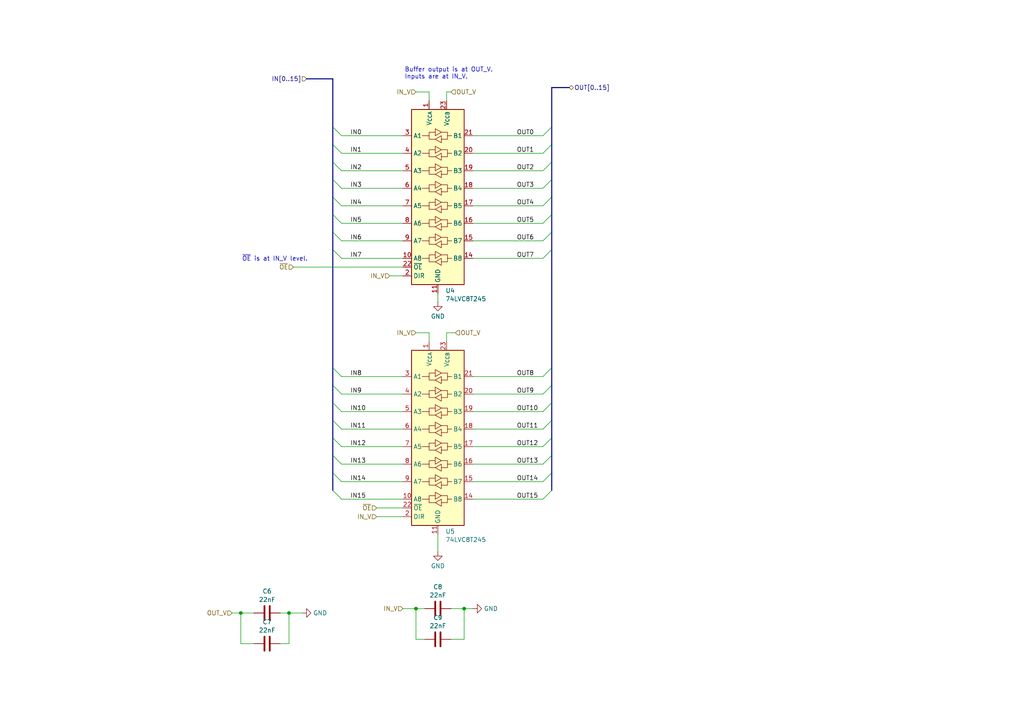
<source format=kicad_sch>
(kicad_sch (version 20231120) (generator "eeschema") (generator_version "8.0")
  (paper "A4")
  (title_block (title "16-bit buffer connected to buses"))
  (lib_symbols
    (symbol "Device:C" (pin_numbers hide) (pin_names (offset 0.254))
      (property "Reference" "C" (at 0.635 2.54 0))
      (property "Value" "C" (at 0.635 -2.54 0))
      (symbol "C_0_1"
        (polyline (pts (xy -2.032 -0.762) (xy 2.032 -0.762)) (stroke (width 0.508)))
        (polyline (pts (xy -2.032 0.762) (xy 2.032 0.762)) (stroke (width 0.508)))
      )
      (symbol "C_1_1"
        (pin passive line (at 0 3.81 270) (length 2.794) (name "~") (number "1"))
        (pin passive line (at 0 -3.81 90) (length 2.794) (name "~") (number "2"))
      )
    )
    (symbol "Logic_LevelTranslator:SN74LVC8T245"
      (property "Reference" "U" (at -6.35 27.94 0))
      (property "Value" "SN74LVC8T245" (at 3.81 27.94 0))
      (symbol "SN74LVC8T245_0_1"
        (rectangle (start -7.62 25.4) (end 7.62 -25.4) (stroke (width 0.254)) (fill (type background)))
        (polyline (pts (xy -2.54 -12.7) (xy -2.54 -11.684) (xy -0.762 -11.684)))
        (polyline (pts (xy -2.54 -2.54) (xy -2.54 -1.524) (xy -0.762 -1.524)))
        (polyline (pts (xy -2.54 7.62) (xy -2.54 8.636) (xy -0.762 8.636)))
        (polyline (pts (xy -2.54 17.78) (xy -2.54 18.796) (xy -0.762 18.796)))
        (polyline (pts (xy 2.794 -12.7) (xy 2.794 -13.716) (xy 1.016 -13.716)))
        (polyline (pts (xy 2.794 -2.54) (xy 2.794 -3.556) (xy 1.016 -3.556)))
        (polyline (pts (xy 2.794 7.62) (xy 2.794 6.604) (xy 1.016 6.604)))
        (polyline (pts (xy 2.794 17.78) (xy 2.794 16.764) (xy 1.016 16.764)))
        (polyline (pts (xy -0.762 -13.716) (xy -2.54 -13.716) (xy -2.54 -12.7) (xy -4.572 -12.7)))
        (polyline (pts (xy -0.762 -12.7) (xy -0.762 -10.668) (xy 1.016 -11.684) (xy -0.762 -12.7)))
        (polyline (pts (xy -0.762 -3.556) (xy -2.54 -3.556) (xy -2.54 -2.54) (xy -4.572 -2.54)))
        (polyline (pts (xy -0.762 -2.54) (xy -0.762 -0.508) (xy 1.016 -1.524) (xy -0.762 -2.54)))
        (polyline (pts (xy -0.762 6.604) (xy -2.54 6.604) (xy -2.54 7.62) (xy -4.572 7.62)))
        (polyline (pts (xy -0.762 7.62) (xy -0.762 9.652) (xy 1.016 8.636) (xy -0.762 7.62)))
        (polyline (pts (xy -0.762 16.764) (xy -2.54 16.764) (xy -2.54 17.78) (xy -4.572 17.78)))
        (polyline (pts (xy -0.762 17.78) (xy -0.762 19.812) (xy 1.016 18.796) (xy -0.762 17.78)))
        (polyline (pts (xy 1.016 -11.684) (xy 2.794 -11.684) (xy 2.794 -12.7) (xy 4.064 -12.7)))
        (polyline (pts (xy 1.016 -1.524) (xy 2.794 -1.524) (xy 2.794 -2.54) (xy 4.064 -2.54)))
        (polyline (pts (xy 1.016 8.636) (xy 2.794 8.636) (xy 2.794 7.62) (xy 4.064 7.62)))
        (polyline (pts (xy 1.016 18.796) (xy 2.794 18.796) (xy 2.794 17.78) (xy 4.064 17.78)))
        (polyline (pts (xy 1.016 -17.78) (xy 1.016 -19.558) (xy 1.016 -19.812) (xy -0.762 -18.796) (xy 1.016 -17.78)))
        (polyline (pts (xy 1.016 -12.7) (xy 1.016 -14.478) (xy 1.016 -14.732) (xy -0.762 -13.716) (xy 1.016 -12.7)))
        (polyline (pts (xy 1.016 -2.54) (xy 1.016 -4.318) (xy 1.016 -4.572) (xy -0.762 -3.556) (xy 1.016 -2.54)))
        (polyline (pts (xy 1.016 2.54) (xy 1.016 0.762) (xy 1.016 0.508) (xy -0.762 1.524) (xy 1.016 2.54)))
        (polyline (pts (xy 1.016 7.62) (xy 1.016 5.842) (xy 1.016 5.588) (xy -0.762 6.604) (xy 1.016 7.62)))
        (polyline (pts (xy 1.016 17.78) (xy 1.016 16.002) (xy 1.016 15.748) (xy -0.762 16.764) (xy 1.016 17.78)))
      )
      (symbol "SN74LVC8T245_1_1"
        (polyline (pts (xy -2.54 -17.78) (xy -2.54 -16.764) (xy -0.762 -16.764)))
        (polyline (pts (xy -2.54 -7.62) (xy -2.54 -6.604) (xy -0.762 -6.604)))
        (polyline (pts (xy -2.54 2.54) (xy -2.54 3.556) (xy -0.762 3.556)))
        (polyline (pts (xy -2.54 12.7) (xy -2.54 13.716) (xy -0.762 13.716)))
        (polyline (pts (xy 2.794 -17.78) (xy 2.794 -18.796) (xy 1.016 -18.796)))
        (polyline (pts (xy 2.794 -7.62) (xy 2.794 -8.636) (xy 1.016 -8.636)))
        (polyline (pts (xy 2.794 2.54) (xy 2.794 1.524) (xy 1.016 1.524)))
        (polyline (pts (xy 2.794 12.7) (xy 2.794 11.684) (xy 1.016 11.684)))
        (polyline (pts (xy -0.762 -18.796) (xy -2.54 -18.796) (xy -2.54 -17.78) (xy -4.572 -17.78)))
        (polyline (pts (xy -0.762 -17.78) (xy -0.762 -15.748) (xy 1.016 -16.764) (xy -0.762 -17.78)))
        (polyline (pts (xy -0.762 -8.636) (xy -2.54 -8.636) (xy -2.54 -7.62) (xy -4.572 -7.62)))
        (polyline (pts (xy -0.762 -7.62) (xy -0.762 -5.588) (xy 1.016 -6.604) (xy -0.762 -7.62)))
        (polyline (pts (xy -0.762 1.524) (xy -2.54 1.524) (xy -2.54 2.54) (xy -4.572 2.54)))
        (polyline (pts (xy -0.762 2.54) (xy -0.762 4.572) (xy 1.016 3.556) (xy -0.762 2.54)))
        (polyline (pts (xy -0.762 11.684) (xy -2.54 11.684) (xy -2.54 12.7) (xy -4.572 12.7)))
        (polyline (pts (xy -0.762 12.7) (xy -0.762 14.732) (xy 1.016 13.716) (xy -0.762 12.7)))
        (polyline (pts (xy 1.016 -16.764) (xy 2.794 -16.764) (xy 2.794 -17.78) (xy 4.064 -17.78)))
        (polyline (pts (xy 1.016 -6.604) (xy 2.794 -6.604) (xy 2.794 -7.62) (xy 4.064 -7.62)))
        (polyline (pts (xy 1.016 3.556) (xy 2.794 3.556) (xy 2.794 2.54) (xy 4.064 2.54)))
        (polyline (pts (xy 1.016 13.716) (xy 2.794 13.716) (xy 2.794 12.7) (xy 4.064 12.7)))
        (polyline (pts (xy 1.016 -7.62) (xy 1.016 -9.398) (xy 1.016 -9.652) (xy -0.762 -8.636) (xy 1.016 -7.62)))
        (polyline (pts (xy 1.016 12.7) (xy 1.016 10.922) (xy 1.016 10.668) (xy -0.762 11.684) (xy 1.016 12.7)))
        (pin power_in line (at -2.54 27.94 270) (length 2.54) (name "V_{CCA}") (number "1"))
        (pin bidirectional line (at -10.16 -17.78 0) (length 2.54) (name "A8") (number "10"))
        (pin power_in line (at 0 -27.94 90) (length 2.54) (name "GND") (number "11"))
        (pin passive line (at 0 -27.94 90) (length 2.54) hide (name "GND") (number "12"))
        (pin passive line (at 0 -27.94 90) (length 2.54) hide (name "GND") (number "13"))
        (pin bidirectional line (at 10.16 -17.78 180) (length 2.54) (name "B8") (number "14"))
        (pin bidirectional line (at 10.16 -12.7 180) (length 2.54) (name "B7") (number "15"))
        (pin bidirectional line (at 10.16 -7.62 180) (length 2.54) (name "B6") (number "16"))
        (pin bidirectional line (at 10.16 -2.54 180) (length 2.54) (name "B5") (number "17"))
        (pin bidirectional line (at 10.16 2.54 180) (length 2.54) (name "B4") (number "18"))
        (pin bidirectional line (at 10.16 7.62 180) (length 2.54) (name "B3") (number "19"))
        (pin input line (at -10.16 -22.86 0) (length 2.54) (name "DIR") (number "2"))
        (pin bidirectional line (at 10.16 12.7 180) (length 2.54) (name "B2") (number "20"))
        (pin bidirectional line (at 10.16 17.78 180) (length 2.54) (name "B1") (number "21"))
        (pin input line (at -10.16 -20.32 0) (length 2.54) (name "~{OE}") (number "22"))
        (pin power_in line (at 2.54 27.94 270) (length 2.54) (name "V_{CCB}") (number "23"))
        (pin passive line (at 2.54 27.94 270) (length 2.54) hide (name "V_{CCB}") (number "24"))
        (pin bidirectional line (at -10.16 17.78 0) (length 2.54) (name "A1") (number "3"))
        (pin bidirectional line (at -10.16 12.7 0) (length 2.54) (name "A2") (number "4"))
        (pin bidirectional line (at -10.16 7.62 0) (length 2.54) (name "A3") (number "5"))
        (pin bidirectional line (at -10.16 2.54 0) (length 2.54) (name "A4") (number "6"))
        (pin bidirectional line (at -10.16 -2.54 0) (length 2.54) (name "A5") (number "7"))
        (pin bidirectional line (at -10.16 -7.62 0) (length 2.54) (name "A6") (number "8"))
        (pin bidirectional line (at -10.16 -12.7 0) (length 2.54) (name "A7") (number "9"))
      )
    )
    (symbol "power:GND" (power) (pin_numbers hide) (pin_names (offset 0) hide)
      (property "Value" "GND" (at 0 -3.81 0))
      (symbol "GND_0_1"
        (polyline (pts (xy 0 0) (xy 0 -1.27) (xy 1.27 -1.27) (xy 0 -2.54) (xy -1.27 -1.27) (xy 0 -1.27)))
      )
      (symbol "GND_1_1"
        (pin power_in line (at 0 0 270) (length 0) (name "~") (number "1"))
      )
    )
  )
  (junction (at 83.82 177.8))
  (junction (at 120.65 176.53))
  (junction (at 134.62 176.53))
  (junction (at 69.85 177.8))
  (bus_entry (at 96.52 127) (size 2.54 2.54))
  (bus_entry (at 160.02 62.23) (size -2.54 2.54))
  (bus_entry (at 96.52 36.83) (size 2.54 2.54))
  (bus_entry (at 160.02 106.68) (size -2.54 2.54))
  (bus_entry (at 96.52 46.99) (size 2.54 2.54))
  (bus_entry (at 160.02 36.83) (size -2.54 2.54))
  (bus_entry (at 160.02 132.08) (size -2.54 2.54))
  (bus_entry (at 96.52 121.92) (size 2.54 2.54))
  (bus_entry (at 160.02 142.24) (size -2.54 2.54))
  (bus_entry (at 160.02 41.91) (size -2.54 2.54))
  (bus_entry (at 96.52 132.08) (size 2.54 2.54))
  (bus_entry (at 96.52 67.31) (size 2.54 2.54))
  (bus_entry (at 160.02 46.99) (size -2.54 2.54))
  (bus_entry (at 96.52 41.91) (size 2.54 2.54))
  (bus_entry (at 160.02 52.07) (size -2.54 2.54))
  (bus_entry (at 96.52 72.39) (size 2.54 2.54))
  (bus_entry (at 96.52 142.24) (size 2.54 2.54))
  (bus_entry (at 96.52 111.76) (size 2.54 2.54))
  (bus_entry (at 96.52 137.16) (size 2.54 2.54))
  (bus_entry (at 160.02 116.84) (size -2.54 2.54))
  (bus_entry (at 96.52 106.68) (size 2.54 2.54))
  (bus_entry (at 96.52 116.84) (size 2.54 2.54))
  (bus_entry (at 96.52 62.23) (size 2.54 2.54))
  (bus_entry (at 160.02 127) (size -2.54 2.54))
  (bus_entry (at 96.52 57.15) (size 2.54 2.54))
  (bus_entry (at 160.02 67.31) (size -2.54 2.54))
  (bus_entry (at 160.02 57.15) (size -2.54 2.54))
  (bus_entry (at 160.02 72.39) (size -2.54 2.54))
  (bus_entry (at 160.02 121.92) (size -2.54 2.54))
  (bus_entry (at 160.02 137.16) (size -2.54 2.54))
  (bus_entry (at 96.52 52.07) (size 2.54 2.54))
  (bus_entry (at 160.02 111.76) (size -2.54 2.54))
  (bus (pts (xy 96.52 62.23) (xy 96.52 67.31)))
  (wire (pts (xy 137.16 134.62) (xy 157.48 134.62)))
  (bus (pts (xy 96.52 106.68) (xy 96.52 111.76)))
  (bus (pts (xy 160.02 25.4) (xy 160.02 36.83)))
  (wire (pts (xy 81.28 186.69) (xy 83.82 186.69)))
  (wire (pts (xy 81.28 177.8) (xy 83.82 177.8)))
  (bus (pts (xy 96.52 121.92) (xy 96.52 127)))
  (wire (pts (xy 130.81 26.67) (xy 129.54 26.67)))
  (wire (pts (xy 99.06 114.3) (xy 116.84 114.3)))
  (wire (pts (xy 137.16 139.7) (xy 157.48 139.7)))
  (bus (pts (xy 160.02 67.31) (xy 160.02 72.39)))
  (wire (pts (xy 99.06 44.45) (xy 116.84 44.45)))
  (wire (pts (xy 137.16 59.69) (xy 157.48 59.69)))
  (wire (pts (xy 99.06 49.53) (xy 116.84 49.53)))
  (wire (pts (xy 67.31 177.8) (xy 69.85 177.8)))
  (wire (pts (xy 134.62 176.53) (xy 137.16 176.53)))
  (wire (pts (xy 73.66 186.69) (xy 69.85 186.69)))
  (wire (pts (xy 99.06 129.54) (xy 116.84 129.54)))
  (bus (pts (xy 160.02 127) (xy 160.02 132.08)))
  (wire (pts (xy 99.06 139.7) (xy 116.84 139.7)))
  (wire (pts (xy 127 85.09) (xy 127 87.63)))
  (bus (pts (xy 96.52 111.76) (xy 96.52 116.84)))
  (wire (pts (xy 99.06 109.22) (xy 116.84 109.22)))
  (wire (pts (xy 99.06 64.77) (xy 116.84 64.77)))
  (bus (pts (xy 88.9 22.86) (xy 96.52 22.86)))
  (bus (pts (xy 96.52 22.86) (xy 96.52 36.83)))
  (wire (pts (xy 129.54 26.67) (xy 129.54 29.21)))
  (wire (pts (xy 120.65 96.52) (xy 124.46 96.52)))
  (wire (pts (xy 109.22 147.32) (xy 116.84 147.32)))
  (bus (pts (xy 160.02 36.83) (xy 160.02 41.91)))
  (bus (pts (xy 96.52 137.16) (xy 96.52 142.24)))
  (bus (pts (xy 160.02 62.23) (xy 160.02 67.31)))
  (wire (pts (xy 127 154.94) (xy 127 160.02)))
  (bus (pts (xy 160.02 52.07) (xy 160.02 57.15)))
  (bus (pts (xy 96.52 36.83) (xy 96.52 41.91)))
  (wire (pts (xy 99.06 54.61) (xy 116.84 54.61)))
  (wire (pts (xy 134.62 185.42) (xy 134.62 176.53)))
  (wire (pts (xy 132.08 96.52) (xy 129.54 96.52)))
  (wire (pts (xy 99.06 134.62) (xy 116.84 134.62)))
  (wire (pts (xy 99.06 124.46) (xy 116.84 124.46)))
  (bus (pts (xy 160.02 57.15) (xy 160.02 62.23)))
  (bus (pts (xy 96.52 132.08) (xy 96.52 137.16)))
  (bus (pts (xy 160.02 111.76) (xy 160.02 116.84)))
  (wire (pts (xy 130.81 185.42) (xy 134.62 185.42)))
  (wire (pts (xy 137.16 144.78) (xy 157.48 144.78)))
  (wire (pts (xy 137.16 64.77) (xy 157.48 64.77)))
  (wire (pts (xy 137.16 44.45) (xy 157.48 44.45)))
  (wire (pts (xy 130.81 176.53) (xy 134.62 176.53)))
  (wire (pts (xy 120.65 26.67) (xy 124.46 26.67)))
  (wire (pts (xy 137.16 124.46) (xy 157.48 124.46)))
  (wire (pts (xy 69.85 186.69) (xy 69.85 177.8)))
  (wire (pts (xy 137.16 129.54) (xy 157.48 129.54)))
  (wire (pts (xy 109.22 149.86) (xy 116.84 149.86)))
  (bus (pts (xy 96.52 46.99) (xy 96.52 52.07)))
  (bus (pts (xy 160.02 132.08) (xy 160.02 137.16)))
  (wire (pts (xy 99.06 74.93) (xy 116.84 74.93)))
  (wire (pts (xy 137.16 54.61) (xy 157.48 54.61)))
  (bus (pts (xy 96.52 52.07) (xy 96.52 57.15)))
  (wire (pts (xy 113.03 80.01) (xy 116.84 80.01)))
  (wire (pts (xy 137.16 119.38) (xy 157.48 119.38)))
  (wire (pts (xy 137.16 49.53) (xy 157.48 49.53)))
  (wire (pts (xy 99.06 39.37) (xy 116.84 39.37)))
  (wire (pts (xy 120.65 185.42) (xy 120.65 176.53)))
  (wire (pts (xy 129.54 96.52) (xy 129.54 99.06)))
  (bus (pts (xy 96.52 127) (xy 96.52 132.08)))
  (bus (pts (xy 160.02 106.68) (xy 160.02 111.76)))
  (bus (pts (xy 160.02 25.4) (xy 165.1 25.4)))
  (bus (pts (xy 160.02 121.92) (xy 160.02 127)))
  (bus (pts (xy 96.52 41.91) (xy 96.52 46.99)))
  (wire (pts (xy 99.06 119.38) (xy 116.84 119.38)))
  (wire (pts (xy 69.85 177.8) (xy 73.66 177.8)))
  (wire (pts (xy 137.16 109.22) (xy 157.48 109.22)))
  (wire (pts (xy 83.82 186.69) (xy 83.82 177.8)))
  (wire (pts (xy 123.19 185.42) (xy 120.65 185.42)))
  (bus (pts (xy 96.52 57.15) (xy 96.52 62.23)))
  (wire (pts (xy 124.46 96.52) (xy 124.46 99.06)))
  (wire (pts (xy 85.09 77.47) (xy 116.84 77.47)))
  (bus (pts (xy 160.02 116.84) (xy 160.02 121.92)))
  (bus (pts (xy 96.52 116.84) (xy 96.52 121.92)))
  (wire (pts (xy 137.16 74.93) (xy 157.48 74.93)))
  (wire (pts (xy 137.16 114.3) (xy 157.48 114.3)))
  (wire (pts (xy 99.06 69.85) (xy 116.84 69.85)))
  (wire (pts (xy 137.16 39.37) (xy 157.48 39.37)))
  (wire (pts (xy 99.06 144.78) (xy 116.84 144.78)))
  (bus (pts (xy 160.02 137.16) (xy 160.02 142.24)))
  (bus (pts (xy 160.02 41.91) (xy 160.02 46.99)))
  (wire (pts (xy 137.16 69.85) (xy 157.48 69.85)))
  (bus (pts (xy 96.52 67.31) (xy 96.52 72.39)))
  (wire (pts (xy 124.46 26.67) (xy 124.46 29.21)))
  (wire (pts (xy 99.06 59.69) (xy 116.84 59.69)))
  (wire (pts (xy 116.84 176.53) (xy 120.65 176.53)))
  (bus (pts (xy 160.02 46.99) (xy 160.02 52.07)))
  (wire (pts (xy 83.82 177.8) (xy 87.63 177.8)))
  (bus (pts (xy 96.52 72.39) (xy 96.52 106.68)))
  (bus (pts (xy 160.02 72.39) (xy 160.02 106.68)))
  (wire (pts (xy 120.65 176.53) (xy 123.19 176.53)))
  (text "Buffer output is at OUT_V.\nInputs are at IN_V." (at 117.348 21.336 0) (effects (font (size 1.27 1.27)) (justify left)))
  (text "~{OE} is at IN_V level." (at 79.756 75.184 0) (effects (font (size 1.27 1.27))))
  (label "OUT4" (at 149.86 59.69 0))
  (label "IN11" (at 101.6 124.46 0))
  (label "OUT13" (at 149.86 134.62 0))
  (label "OUT15" (at 149.86 144.78 0))
  (label "IN8" (at 101.6 109.22 0))
  (label "IN13" (at 101.6 134.62 0))
  (label "IN0" (at 101.6 39.37 0))
  (label "OUT12" (at 149.86 129.54 0))
  (label "IN9" (at 101.6 114.3 0))
  (label "OUT2" (at 149.86 49.53 0))
  (label "IN12" (at 101.6 129.54 0))
  (label "OUT14" (at 149.86 139.7 0))
  (label "OUT1" (at 149.86 44.45 0))
  (label "OUT6" (at 149.86 69.85 0))
  (label "IN10" (at 101.6 119.38 0))
  (label "OUT7" (at 149.86 74.93 0))
  (label "OUT9" (at 149.86 114.3 0))
  (label "IN1" (at 101.6 44.45 0))
  (label "IN14" (at 101.6 139.7 0))
  (label "OUT10" (at 149.86 119.38 0))
  (label "OUT8" (at 149.86 109.22 0))
  (label "IN6" (at 101.6 69.85 0))
  (label "IN7" (at 101.6 74.93 0))
  (label "IN3" (at 101.6 54.61 0))
  (label "IN5" (at 101.6 64.77 0))
  (label "OUT0" (at 149.86 39.37 0))
  (label "IN15" (at 101.6 144.78 0))
  (label "IN2" (at 101.6 49.53 0))
  (label "OUT3" (at 149.86 54.61 0))
  (label "OUT11" (at 149.86 124.46 0))
  (label "OUT5" (at 149.86 64.77 0))
  (label "IN4" (at 101.6 59.69 0))
  (hierarchical_label "OUT_V" (shape input) (at 67.31 177.8 180))
  (hierarchical_label "IN[0..15]" (shape input) (at 88.9 22.86 180))
  (hierarchical_label "OUT[0..15]" (shape tri_state) (at 165.1 25.4 0))
  (hierarchical_label "OUT_V" (shape input) (at 130.81 26.67 0))
  (hierarchical_label "IN_V" (shape input) (at 120.65 96.52 180))
  (hierarchical_label "IN_V" (shape input) (at 109.22 149.86 180))
  (hierarchical_label "~{OE}" (shape input) (at 85.09 77.47 180))
  (hierarchical_label "IN_V" (shape input) (at 113.03 80.01 180))
  (hierarchical_label "~{OE}" (shape input) (at 109.22 147.32 180))
  (hierarchical_label "OUT_V" (shape input) (at 132.08 96.52 0))
  (hierarchical_label "IN_V" (shape input) (at 116.84 176.53 180))
  (hierarchical_label "IN_V" (shape input) (at 120.65 26.67 180))
  (symbol (lib_id "Logic_LevelTranslator:SN74LVC8T245") (at 127 57.15 0) (unit 1)
    (property "Reference" "U4" (at 129.1941 84.2701 0) (effects (justify left)))
    (property "Value" "74LVC8T245" (at 129.1941 86.6944 0) (effects (justify left)))
    (property "Footprint" "Package_SO:SSOP-24_5.3x8.2mm_P0.65mm" (effects (hide yes)))
    (property "Datasheet" "https://www.ti.com/lit/ds/symlink/sn74lvc8t245.pdf" (effects (hide yes)))
    (property "Description" "8-Bit Dual-Supply Bus Transceiver With Configurable Voltage Translation and 3-State Outputs" (effects (hide yes)))
    (property "JLCPCB Part Number" "C19197" (effects (hide yes)))
    (property "Mouser Part Number" "595-SN74LVC8T245DBR" (effects (hide yes)))
    (property "Part Number" "SN74LVC8T245DBR" (effects (hide yes)))
    (instances (project "sram-bank" (path "" (reference "U4") (unit 1)) (path "" (reference "U2") (unit 1))))
  )
  (symbol (lib_id "power:GND") (at 127 160.02 0) (unit 1)
    (property "Reference" "#PWR039" (effects (hide yes)))
    (property "Value" "GND" (at 127 164.1531 0))
    (property "Description" "Power symbol creates a global label with name \"GND\" , ground" (effects (hide yes)))
    (instances (project "sram-bank" (path "" (reference "#PWR039") (unit 1)) (path "" (reference "#PWR038") (unit 1))))
  )
  (symbol (lib_id "Device:C") (at 127 176.53 90) (unit 1)
    (property "Reference" "C8" (at 127 170.2265 90))
    (property "Value" "22nF" (at 127 172.6508 90))
    (property "Footprint" "Capacitor_SMD:C_0603_1608Metric" (effects (hide yes)))
    (property "Datasheet" "https://www.mouser.com/datasheet/2/447/KEM_C1002_X7R_SMD-3316098.pdf" (effects (hide yes)))
    (property "Description" "Unpolarized capacitor" (effects (hide yes)))
    (property "JLCPCB Part Number" "CL10B223KB8NNNC" (effects (hide yes)))
    (property "Mouser Part Number" "80-C0603C223K4R" (effects (hide yes)))
    (property "Part Number" "C0603C223K4RACTU" (effects (hide yes)))
    (instances (project "sram-bank" (path "" (reference "C8") (unit 1)) (path "" (reference "C4") (unit 1))))
  )
  (symbol (lib_id "power:GND") (at 87.63 177.8 90) (unit 1)
    (property "Reference" "#PWR041" (effects (hide yes)))
    (property "Value" "GND" (at 90.805 177.8 90) (effects (justify right)))
    (property "Description" "Power symbol creates a global label with name \"GND\" , ground" (effects (hide yes)))
    (instances (project "sram-bank" (path "" (reference "#PWR041") (unit 1)) (path "" (reference "#PWR040") (unit 1))))
  )
  (symbol (lib_id "Device:C") (at 77.47 186.69 90) (unit 1)
    (property "Reference" "C7" (at 77.47 180.3865 90))
    (property "Value" "22nF" (at 77.47 182.8108 90))
    (property "Footprint" "Capacitor_SMD:C_0603_1608Metric" (effects (hide yes)))
    (property "Datasheet" "https://www.mouser.com/datasheet/2/447/KEM_C1002_X7R_SMD-3316098.pdf" (effects (hide yes)))
    (property "Description" "Unpolarized capacitor" (effects (hide yes)))
    (property "JLCPCB Part Number" "CL10B223KB8NNNC" (effects (hide yes)))
    (property "Mouser Part Number" "80-C0603C223K4R" (effects (hide yes)))
    (property "Part Number" "C0603C223K4RACTU" (effects (hide yes)))
    (instances (project "sram-bank" (path "" (reference "C7") (unit 1)) (path "" (reference "C3") (unit 1))))
  )
  (symbol (lib_id "Device:C") (at 77.47 177.8 90) (unit 1)
    (property "Reference" "C6" (at 77.47 171.4965 90))
    (property "Value" "22nF" (at 77.47 173.9208 90))
    (property "Footprint" "Capacitor_SMD:C_0603_1608Metric" (effects (hide yes)))
    (property "Datasheet" "https://www.mouser.com/datasheet/2/447/KEM_C1002_X7R_SMD-3316098.pdf" (effects (hide yes)))
    (property "Description" "Unpolarized capacitor" (effects (hide yes)))
    (property "JLCPCB Part Number" "CL10B223KB8NNNC" (effects (hide yes)))
    (property "Mouser Part Number" "80-C0603C223K4R" (effects (hide yes)))
    (property "Part Number" "C0603C223K4RACTU" (effects (hide yes)))
    (instances (project "sram-bank" (path "" (reference "C6") (unit 1)) (path "" (reference "C2") (unit 1))))
  )
  (symbol (lib_id "power:GND") (at 137.16 176.53 90) (unit 1)
    (property "Reference" "#PWR043" (effects (hide yes)))
    (property "Value" "GND" (at 140.335 176.53 90) (effects (justify right)))
    (property "Description" "Power symbol creates a global label with name \"GND\" , ground" (effects (hide yes)))
    (instances (project "sram-bank" (path "" (reference "#PWR043") (unit 1)) (path "" (reference "#PWR042") (unit 1))))
  )
  (symbol (lib_id "Device:C") (at 127 185.42 90) (unit 1)
    (property "Reference" "C9" (at 127 179.1165 90))
    (property "Value" "22nF" (at 127 181.5408 90))
    (property "Footprint" "Capacitor_SMD:C_0603_1608Metric" (effects (hide yes)))
    (property "Datasheet" "https://www.mouser.com/datasheet/2/447/KEM_C1002_X7R_SMD-3316098.pdf" (effects (hide yes)))
    (property "Description" "Unpolarized capacitor" (effects (hide yes)))
    (property "JLCPCB Part Number" "CL10B223KB8NNNC" (effects (hide yes)))
    (property "Mouser Part Number" "80-C0603C223K4R" (effects (hide yes)))
    (property "Part Number" "C0603C223K4RACTU" (effects (hide yes)))
    (instances (project "sram-bank" (path "" (reference "C9") (unit 1)) (path "" (reference "C5") (unit 1))))
  )
  (symbol (lib_id "Logic_LevelTranslator:SN74LVC8T245") (at 127 127 0) (unit 1)
    (property "Reference" "U5" (at 129.1941 154.1201 0) (effects (justify left)))
    (property "Value" "74LVC8T245" (at 129.1941 156.5444 0) (effects (justify left)))
    (property "Footprint" "Package_SO:SSOP-24_5.3x8.2mm_P0.65mm" (effects (hide yes)))
    (property "Datasheet" "https://www.ti.com/lit/ds/symlink/sn74lvc8t245.pdf" (effects (hide yes)))
    (property "Description" "8-Bit Dual-Supply Bus Transceiver With Configurable Voltage Translation and 3-State Outputs" (effects (hide yes)))
    (property "JLCPCB Part Number" "C19197" (effects (hide yes)))
    (property "Mouser Part Number" "595-SN74LVC8T245DBR" (effects (hide yes)))
    (property "Part Number" "SN74LVC8T245DBR" (effects (hide yes)))
    (instances (project "sram-bank" (path "" (reference "U5") (unit 1)) (path "" (reference "U3") (unit 1))))
  )
  (symbol (lib_id "power:GND") (at 127 87.63 0) (unit 1)
    (property "Reference" "#PWR037" (effects (hide yes)))
    (property "Value" "GND" (at 127 91.7631 0))
    (property "Description" "Power symbol creates a global label with name \"GND\" , ground" (effects (hide yes)))
    (instances (project "sram-bank" (path "" (reference "#PWR037") (unit 1)) (path "" (reference "#PWR036") (unit 1))))
  )
)
</source>
